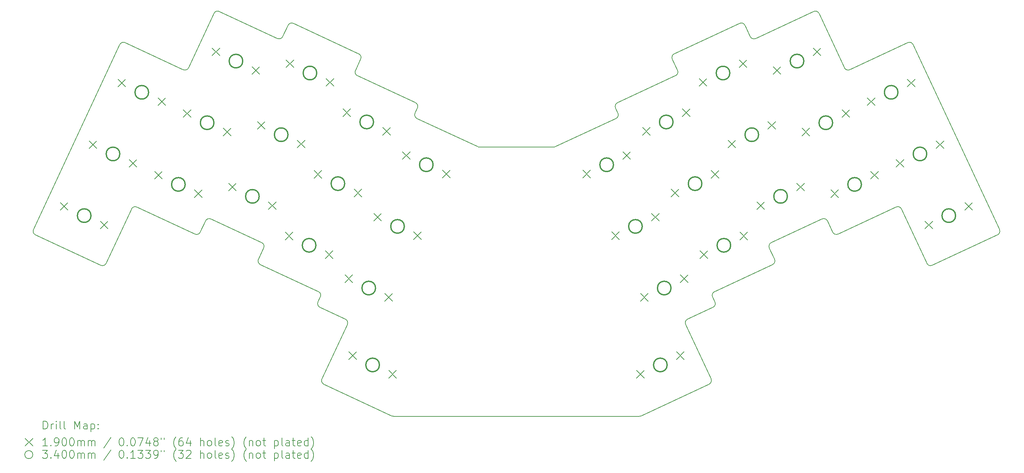
<source format=gbr>
%TF.GenerationSoftware,KiCad,Pcbnew,9.0.6*%
%TF.CreationDate,2025-12-10T21:38:51-06:00*%
%TF.ProjectId,keyboard,6b657962-6f61-4726-942e-6b696361645f,v1.0.0*%
%TF.SameCoordinates,Original*%
%TF.FileFunction,Drillmap*%
%TF.FilePolarity,Positive*%
%FSLAX45Y45*%
G04 Gerber Fmt 4.5, Leading zero omitted, Abs format (unit mm)*
G04 Created by KiCad (PCBNEW 9.0.6) date 2025-12-10 21:38:51*
%MOMM*%
%LPD*%
G01*
G04 APERTURE LIST*
%ADD10C,0.150000*%
%ADD11C,0.200000*%
%ADD12C,0.190000*%
%ADD13C,0.340000*%
G04 APERTURE END LIST*
D10*
X12770978Y-10785491D02*
X12711812Y-10912375D01*
X20195544Y-6193467D02*
G75*
G02*
X20147177Y-6326362I-90634J-42263D01*
G01*
X28037136Y-9995707D02*
G75*
G02*
X27904240Y-9947340I-42266J90627D01*
G01*
X15132950Y-6193467D02*
X15192117Y-6066584D01*
X21552197Y-4843654D02*
X21683208Y-5124610D01*
X9482866Y-5059383D02*
G75*
G02*
X9349971Y-5107758I-90636J42263D01*
G01*
X15143748Y-5933691D02*
G75*
G02*
X15192116Y-6066584I-42258J-90629D01*
G01*
X27428614Y-4431563D02*
X25978521Y-5107752D01*
X25290534Y-8838003D02*
G75*
G02*
X25423423Y-8886375I42256J-90637D01*
G01*
X20769195Y-13759952D02*
G75*
G02*
X20726934Y-13769323I-42265J90632D01*
G01*
X11355160Y-9562562D02*
X11224148Y-9843517D01*
X9905067Y-8886372D02*
G75*
G02*
X10037962Y-8837999I90633J-42258D01*
G01*
X24104346Y-9843517D02*
X23973335Y-9562562D01*
X22519457Y-12833454D02*
G75*
G02*
X22471089Y-12966350I-90627J-42266D01*
G01*
X11963683Y-3998417D02*
G75*
G02*
X12096573Y-3950053I90627J-42263D01*
G01*
X11963683Y-3998417D02*
X11832670Y-4279373D01*
X13442965Y-11473992D02*
X12809038Y-12833454D01*
X27137424Y-8539508D02*
G75*
G02*
X27270315Y-8587877I42256J-90643D01*
G01*
X25687331Y-9215697D02*
G75*
G02*
X25554436Y-9167329I-42262J90637D01*
G01*
X21885529Y-11473992D02*
G75*
G02*
X21933900Y-11341103I90621J42262D01*
G01*
X23628716Y-4327742D02*
G75*
G02*
X23495822Y-4279373I-42266J90622D01*
G01*
X23231919Y-3950049D02*
X21600565Y-4710761D01*
X22616682Y-10912375D02*
G75*
G02*
X22568316Y-11045272I-90633J-42266D01*
G01*
X12760180Y-11045267D02*
G75*
G02*
X12711815Y-10912376I42260J90627D01*
G01*
X14601561Y-13769321D02*
G75*
G02*
X14559299Y-13759953I-1J100011D01*
G01*
X25687331Y-9215697D02*
X27137424Y-8539508D01*
X13645287Y-5124610D02*
X13776298Y-4843654D01*
X5660003Y-9234994D02*
G75*
G02*
X5611628Y-9102098I42257J90634D01*
G01*
X28037136Y-9995707D02*
X29668491Y-9234994D01*
X27270316Y-8587877D02*
X27904244Y-9947338D01*
X11272517Y-9976410D02*
G75*
G02*
X11224150Y-9843518I42263J90630D01*
G01*
X22605885Y-10652599D02*
X24055977Y-9976410D01*
X22519457Y-12833454D02*
X21885529Y-11473992D01*
X10037960Y-8838003D02*
X11306790Y-9429669D01*
X10116793Y-3699921D02*
X9482866Y-5059383D01*
X7424251Y-9947338D02*
X8058178Y-8587877D01*
X20147175Y-6326360D02*
X18626544Y-7035441D01*
X27561506Y-4479932D02*
X29716859Y-9102102D01*
X12722609Y-10652599D02*
G75*
G02*
X12770979Y-10785492I-42259J-90631D01*
G01*
X8191070Y-8539508D02*
X9641163Y-9215697D01*
X21683208Y-5124610D02*
G75*
G02*
X21634840Y-5257504I-90638J-42261D01*
G01*
X25078808Y-3651553D02*
X23628716Y-4327742D01*
X9349973Y-5107752D02*
X7899880Y-4431563D01*
X13693655Y-5257502D02*
G75*
G02*
X13645286Y-5124609I42265J90632D01*
G01*
X24104346Y-9843517D02*
G75*
G02*
X24055979Y-9976413I-90636J-42263D01*
G01*
X18584283Y-7044811D02*
X16744212Y-7044810D01*
X12760180Y-11045267D02*
X13394596Y-11341100D01*
X21552197Y-4843654D02*
G75*
G02*
X21600567Y-4710765I90643J42254D01*
G01*
X8058178Y-8587877D02*
G75*
G02*
X8191073Y-8539502I90632J-42253D01*
G01*
X10116793Y-3699921D02*
G75*
G02*
X10249687Y-3651548I90637J-42269D01*
G01*
X20136377Y-6066584D02*
G75*
G02*
X20184748Y-5933696I90643J42254D01*
G01*
X13727929Y-4710761D02*
G75*
G02*
X13776301Y-4843655I-42249J-90629D01*
G01*
X21933898Y-11341100D02*
X22568314Y-11045267D01*
X18626544Y-7035441D02*
G75*
G02*
X18584283Y-7044810I-42264J90641D01*
G01*
X7424251Y-9947338D02*
G75*
G02*
X7291359Y-9995704I-90631J42268D01*
G01*
X16744212Y-7044810D02*
G75*
G02*
X16701950Y-7035442I-2J100000D01*
G01*
X23973335Y-9562562D02*
G75*
G02*
X24021705Y-9429672I90625J42262D01*
G01*
X21634839Y-5257502D02*
X20184746Y-5933691D01*
X11699778Y-4327742D02*
X10249685Y-3651553D01*
X25423427Y-8886372D02*
X25554438Y-9167328D01*
X5611635Y-9102102D02*
X7766988Y-4479932D01*
X11306790Y-9429669D02*
G75*
G02*
X11355161Y-9562562I-42261J-90632D01*
G01*
X25078808Y-3651553D02*
G75*
G02*
X25211699Y-3699922I42262J-90627D01*
G01*
X9774056Y-9167328D02*
G75*
G02*
X9641165Y-9215693I-90626J42258D01*
G01*
X23495823Y-4279373D02*
X23364812Y-3998418D01*
X20136377Y-6066584D02*
X20195544Y-6193467D01*
X12857406Y-12966347D02*
X14559299Y-13759953D01*
X13727929Y-4710761D02*
X12096575Y-3950049D01*
X20769195Y-13759952D02*
X22471087Y-12966347D01*
X14601561Y-13769321D02*
X20726934Y-13769322D01*
X12857406Y-12966347D02*
G75*
G02*
X12809035Y-12833453I42274J90637D01*
G01*
X11832670Y-4279373D02*
G75*
G02*
X11699780Y-4327736I-90630J42273D01*
G01*
X13394596Y-11341100D02*
G75*
G02*
X13442958Y-11473989I-42276J-90630D01*
G01*
X15181319Y-6326360D02*
G75*
G02*
X15132951Y-6193467I42261J90630D01*
G01*
X9774056Y-9167328D02*
X9905067Y-8886372D01*
X22616682Y-10912375D02*
X22557516Y-10785492D01*
X25845629Y-5059383D02*
X25211701Y-3699921D01*
X29716859Y-9102102D02*
G75*
G02*
X29668492Y-9234997I-90620J-42268D01*
G01*
X7766988Y-4479932D02*
G75*
G02*
X7899882Y-4431560I90632J-42258D01*
G01*
X11272517Y-9976410D02*
X12722609Y-10652599D01*
X27428614Y-4431563D02*
G75*
G02*
X27561502Y-4479934I42256J-90637D01*
G01*
X15143748Y-5933691D02*
X13693655Y-5257502D01*
X16701950Y-7035442D02*
X15181319Y-6326360D01*
X23231919Y-3950049D02*
G75*
G02*
X23364811Y-3998418I42261J-90631D01*
G01*
X5660003Y-9234994D02*
X7291358Y-9995707D01*
X22557516Y-10785492D02*
G75*
G02*
X22605886Y-10652602I90624J42262D01*
G01*
X24021703Y-9429669D02*
X25290534Y-8838003D01*
X25978521Y-5107752D02*
G75*
G02*
X25845629Y-5059383I-42261J90632D01*
G01*
D11*
D12*
X6283699Y-8426918D02*
X6473699Y-8616918D01*
X6473699Y-8426918D02*
X6283699Y-8616918D01*
X7002150Y-6886195D02*
X7192150Y-7076195D01*
X7192150Y-6886195D02*
X7002150Y-7076195D01*
X7280638Y-8891798D02*
X7470638Y-9081798D01*
X7470638Y-8891798D02*
X7280638Y-9081798D01*
X7720601Y-5345472D02*
X7910601Y-5535472D01*
X7910601Y-5345472D02*
X7720601Y-5535472D01*
X7999089Y-7351075D02*
X8189089Y-7541075D01*
X8189089Y-7351075D02*
X7999089Y-7541075D01*
X8633504Y-7646908D02*
X8823504Y-7836908D01*
X8823504Y-7646908D02*
X8633504Y-7836908D01*
X8717540Y-5810352D02*
X8907540Y-6000352D01*
X8907540Y-5810352D02*
X8717540Y-6000352D01*
X9351955Y-6106185D02*
X9541955Y-6296185D01*
X9541955Y-6106185D02*
X9351955Y-6296185D01*
X9630443Y-8111788D02*
X9820443Y-8301788D01*
X9820443Y-8111788D02*
X9630443Y-8301788D01*
X10070406Y-4565462D02*
X10260406Y-4755462D01*
X10260406Y-4565462D02*
X10070406Y-4755462D01*
X10348894Y-6571065D02*
X10538894Y-6761065D01*
X10538894Y-6571065D02*
X10348894Y-6761065D01*
X10480393Y-7945404D02*
X10670393Y-8135404D01*
X10670393Y-7945404D02*
X10480393Y-8135404D01*
X11067345Y-5030342D02*
X11257345Y-5220342D01*
X11257345Y-5030342D02*
X11067345Y-5220342D01*
X11198845Y-6404680D02*
X11388845Y-6594680D01*
X11388845Y-6404680D02*
X11198845Y-6594680D01*
X11477332Y-8410284D02*
X11667332Y-8600284D01*
X11667332Y-8410284D02*
X11477332Y-8600284D01*
X11896212Y-9168334D02*
X12086212Y-9358334D01*
X12086212Y-9168334D02*
X11896212Y-9358334D01*
X11917295Y-4863958D02*
X12107295Y-5053958D01*
X12107295Y-4863958D02*
X11917295Y-5053958D01*
X12195783Y-6869560D02*
X12385783Y-7059560D01*
X12385783Y-6869560D02*
X12195783Y-7059560D01*
X12614663Y-7627610D02*
X12804663Y-7817610D01*
X12804663Y-7627610D02*
X12614663Y-7817610D01*
X12893150Y-9633214D02*
X13083150Y-9823214D01*
X13083150Y-9633214D02*
X12893150Y-9823214D01*
X12914234Y-5328838D02*
X13104234Y-5518838D01*
X13104234Y-5328838D02*
X12914234Y-5518838D01*
X13333114Y-6086887D02*
X13523114Y-6276887D01*
X13523114Y-6086887D02*
X13333114Y-6276887D01*
X13383876Y-10237191D02*
X13573876Y-10427191D01*
X13573876Y-10237191D02*
X13383876Y-10427191D01*
X13481102Y-12158271D02*
X13671102Y-12348271D01*
X13671102Y-12158271D02*
X13481102Y-12348271D01*
X13611601Y-8092490D02*
X13801601Y-8282490D01*
X13801601Y-8092490D02*
X13611601Y-8282490D01*
X14102327Y-8696468D02*
X14292327Y-8886468D01*
X14292327Y-8696468D02*
X14102327Y-8886468D01*
X14330053Y-6551767D02*
X14520053Y-6741767D01*
X14520053Y-6551767D02*
X14330053Y-6741767D01*
X14380814Y-10702071D02*
X14570814Y-10892071D01*
X14570814Y-10702071D02*
X14380814Y-10892071D01*
X14478041Y-12623151D02*
X14668041Y-12813151D01*
X14668041Y-12623151D02*
X14478041Y-12813151D01*
X14820778Y-7155745D02*
X15010778Y-7345745D01*
X15010778Y-7155745D02*
X14820778Y-7345745D01*
X15099266Y-9161348D02*
X15289266Y-9351348D01*
X15289266Y-9161348D02*
X15099266Y-9351348D01*
X15817716Y-7620625D02*
X16007716Y-7810625D01*
X16007716Y-7620625D02*
X15817716Y-7810625D01*
X19320778Y-7620625D02*
X19510778Y-7810625D01*
X19510778Y-7620625D02*
X19320778Y-7810625D01*
X20039229Y-9161348D02*
X20229229Y-9351348D01*
X20229229Y-9161348D02*
X20039229Y-9351348D01*
X20317717Y-7155745D02*
X20507717Y-7345745D01*
X20507717Y-7155745D02*
X20317717Y-7345745D01*
X20660454Y-12623151D02*
X20850454Y-12813151D01*
X20850454Y-12623151D02*
X20660454Y-12813151D01*
X20757679Y-10702071D02*
X20947679Y-10892071D01*
X20947679Y-10702071D02*
X20757679Y-10892071D01*
X20808441Y-6551767D02*
X20998441Y-6741767D01*
X20998441Y-6551767D02*
X20808441Y-6741767D01*
X21036168Y-8696468D02*
X21226168Y-8886468D01*
X21226168Y-8696468D02*
X21036168Y-8886468D01*
X21526893Y-8092490D02*
X21716893Y-8282490D01*
X21716893Y-8092490D02*
X21526893Y-8282490D01*
X21657393Y-12158271D02*
X21847393Y-12348271D01*
X21847393Y-12158271D02*
X21657393Y-12348271D01*
X21754618Y-10237191D02*
X21944618Y-10427191D01*
X21944618Y-10237191D02*
X21754618Y-10427191D01*
X21805380Y-6086887D02*
X21995380Y-6276887D01*
X21995380Y-6086887D02*
X21805380Y-6276887D01*
X22224260Y-5328837D02*
X22414260Y-5518837D01*
X22414260Y-5328837D02*
X22224260Y-5518837D01*
X22245344Y-9633214D02*
X22435344Y-9823214D01*
X22435344Y-9633214D02*
X22245344Y-9823214D01*
X22523832Y-7627610D02*
X22713832Y-7817610D01*
X22713832Y-7627610D02*
X22523832Y-7817610D01*
X22942711Y-6869561D02*
X23132711Y-7059561D01*
X23132711Y-6869561D02*
X22942711Y-7059561D01*
X23221199Y-4863957D02*
X23411199Y-5053957D01*
X23411199Y-4863957D02*
X23221199Y-5053957D01*
X23242283Y-9168334D02*
X23432283Y-9358334D01*
X23432283Y-9168334D02*
X23242283Y-9358334D01*
X23661163Y-8410284D02*
X23851163Y-8600284D01*
X23851163Y-8410284D02*
X23661163Y-8600284D01*
X23939650Y-6404681D02*
X24129650Y-6594681D01*
X24129650Y-6404681D02*
X23939650Y-6594681D01*
X24071150Y-5030342D02*
X24261150Y-5220342D01*
X24261150Y-5030342D02*
X24071150Y-5220342D01*
X24658102Y-7945404D02*
X24848102Y-8135404D01*
X24848102Y-7945404D02*
X24658102Y-8135404D01*
X24789601Y-6571065D02*
X24979601Y-6761065D01*
X24979601Y-6571065D02*
X24789601Y-6761065D01*
X25068088Y-4565462D02*
X25258088Y-4755462D01*
X25258088Y-4565462D02*
X25068088Y-4755462D01*
X25508052Y-8111788D02*
X25698052Y-8301788D01*
X25698052Y-8111788D02*
X25508052Y-8301788D01*
X25786540Y-6106185D02*
X25976540Y-6296185D01*
X25976540Y-6106185D02*
X25786540Y-6296185D01*
X26420954Y-5810352D02*
X26610954Y-6000352D01*
X26610954Y-5810352D02*
X26420954Y-6000352D01*
X26504991Y-7646908D02*
X26694991Y-7836908D01*
X26694991Y-7646908D02*
X26504991Y-7836908D01*
X27139406Y-7351075D02*
X27329406Y-7541075D01*
X27329406Y-7351075D02*
X27139406Y-7541075D01*
X27417893Y-5345472D02*
X27607893Y-5535472D01*
X27607893Y-5345472D02*
X27417893Y-5535472D01*
X27857857Y-8891798D02*
X28047857Y-9081798D01*
X28047857Y-8891798D02*
X27857857Y-9081798D01*
X28136345Y-6886195D02*
X28326345Y-7076195D01*
X28326345Y-6886195D02*
X28136345Y-7076195D01*
X28854795Y-8426918D02*
X29044795Y-8616918D01*
X29044795Y-8426918D02*
X28854795Y-8616918D01*
D13*
X7047169Y-8754358D02*
G75*
G02*
X6707169Y-8754358I-170000J0D01*
G01*
X6707169Y-8754358D02*
G75*
G02*
X7047169Y-8754358I170000J0D01*
G01*
X7765619Y-7213635D02*
G75*
G02*
X7425619Y-7213635I-170000J0D01*
G01*
X7425619Y-7213635D02*
G75*
G02*
X7765619Y-7213635I170000J0D01*
G01*
X8484070Y-5672912D02*
G75*
G02*
X8144070Y-5672912I-170000J0D01*
G01*
X8144070Y-5672912D02*
G75*
G02*
X8484070Y-5672912I170000J0D01*
G01*
X9396974Y-7974348D02*
G75*
G02*
X9056974Y-7974348I-170000J0D01*
G01*
X9056974Y-7974348D02*
G75*
G02*
X9396974Y-7974348I170000J0D01*
G01*
X10115424Y-6433625D02*
G75*
G02*
X9775424Y-6433625I-170000J0D01*
G01*
X9775424Y-6433625D02*
G75*
G02*
X10115424Y-6433625I170000J0D01*
G01*
X10833875Y-4892902D02*
G75*
G02*
X10493875Y-4892902I-170000J0D01*
G01*
X10493875Y-4892902D02*
G75*
G02*
X10833875Y-4892902I170000J0D01*
G01*
X11243863Y-8272844D02*
G75*
G02*
X10903863Y-8272844I-170000J0D01*
G01*
X10903863Y-8272844D02*
G75*
G02*
X11243863Y-8272844I170000J0D01*
G01*
X11962314Y-6732120D02*
G75*
G02*
X11622314Y-6732120I-170000J0D01*
G01*
X11622314Y-6732120D02*
G75*
G02*
X11962314Y-6732120I170000J0D01*
G01*
X12659681Y-9495774D02*
G75*
G02*
X12319681Y-9495774I-170000J0D01*
G01*
X12319681Y-9495774D02*
G75*
G02*
X12659681Y-9495774I170000J0D01*
G01*
X12680764Y-5191398D02*
G75*
G02*
X12340764Y-5191398I-170000J0D01*
G01*
X12340764Y-5191398D02*
G75*
G02*
X12680764Y-5191398I170000J0D01*
G01*
X13378132Y-7955050D02*
G75*
G02*
X13038132Y-7955050I-170000J0D01*
G01*
X13038132Y-7955050D02*
G75*
G02*
X13378132Y-7955050I170000J0D01*
G01*
X14096584Y-6414327D02*
G75*
G02*
X13756584Y-6414327I-170000J0D01*
G01*
X13756584Y-6414327D02*
G75*
G02*
X14096584Y-6414327I170000J0D01*
G01*
X14147345Y-10564631D02*
G75*
G02*
X13807345Y-10564631I-170000J0D01*
G01*
X13807345Y-10564631D02*
G75*
G02*
X14147345Y-10564631I170000J0D01*
G01*
X14244571Y-12485711D02*
G75*
G02*
X13904571Y-12485711I-170000J0D01*
G01*
X13904571Y-12485711D02*
G75*
G02*
X14244571Y-12485711I170000J0D01*
G01*
X14865796Y-9023908D02*
G75*
G02*
X14525796Y-9023908I-170000J0D01*
G01*
X14525796Y-9023908D02*
G75*
G02*
X14865796Y-9023908I170000J0D01*
G01*
X15584247Y-7483185D02*
G75*
G02*
X15244247Y-7483185I-170000J0D01*
G01*
X15244247Y-7483185D02*
G75*
G02*
X15584247Y-7483185I170000J0D01*
G01*
X20084247Y-7483185D02*
G75*
G02*
X19744247Y-7483185I-170000J0D01*
G01*
X19744247Y-7483185D02*
G75*
G02*
X20084247Y-7483185I170000J0D01*
G01*
X20802698Y-9023908D02*
G75*
G02*
X20462698Y-9023908I-170000J0D01*
G01*
X20462698Y-9023908D02*
G75*
G02*
X20802698Y-9023908I170000J0D01*
G01*
X21423923Y-12485711D02*
G75*
G02*
X21083923Y-12485711I-170000J0D01*
G01*
X21083923Y-12485711D02*
G75*
G02*
X21423923Y-12485711I170000J0D01*
G01*
X21521149Y-10564631D02*
G75*
G02*
X21181149Y-10564631I-170000J0D01*
G01*
X21181149Y-10564631D02*
G75*
G02*
X21521149Y-10564631I170000J0D01*
G01*
X21571911Y-6414327D02*
G75*
G02*
X21231911Y-6414327I-170000J0D01*
G01*
X21231911Y-6414327D02*
G75*
G02*
X21571911Y-6414327I170000J0D01*
G01*
X22290362Y-7955050D02*
G75*
G02*
X21950362Y-7955050I-170000J0D01*
G01*
X21950362Y-7955050D02*
G75*
G02*
X22290362Y-7955050I170000J0D01*
G01*
X22987730Y-5191397D02*
G75*
G02*
X22647730Y-5191397I-170000J0D01*
G01*
X22647730Y-5191397D02*
G75*
G02*
X22987730Y-5191397I170000J0D01*
G01*
X23008814Y-9495774D02*
G75*
G02*
X22668814Y-9495774I-170000J0D01*
G01*
X22668814Y-9495774D02*
G75*
G02*
X23008814Y-9495774I170000J0D01*
G01*
X23706181Y-6732121D02*
G75*
G02*
X23366181Y-6732121I-170000J0D01*
G01*
X23366181Y-6732121D02*
G75*
G02*
X23706181Y-6732121I170000J0D01*
G01*
X24424632Y-8272844D02*
G75*
G02*
X24084632Y-8272844I-170000J0D01*
G01*
X24084632Y-8272844D02*
G75*
G02*
X24424632Y-8272844I170000J0D01*
G01*
X24834619Y-4892902D02*
G75*
G02*
X24494619Y-4892902I-170000J0D01*
G01*
X24494619Y-4892902D02*
G75*
G02*
X24834619Y-4892902I170000J0D01*
G01*
X25553070Y-6433625D02*
G75*
G02*
X25213070Y-6433625I-170000J0D01*
G01*
X25213070Y-6433625D02*
G75*
G02*
X25553070Y-6433625I170000J0D01*
G01*
X26271521Y-7974348D02*
G75*
G02*
X25931521Y-7974348I-170000J0D01*
G01*
X25931521Y-7974348D02*
G75*
G02*
X26271521Y-7974348I170000J0D01*
G01*
X27184424Y-5672912D02*
G75*
G02*
X26844424Y-5672912I-170000J0D01*
G01*
X26844424Y-5672912D02*
G75*
G02*
X27184424Y-5672912I170000J0D01*
G01*
X27902876Y-7213635D02*
G75*
G02*
X27562876Y-7213635I-170000J0D01*
G01*
X27562876Y-7213635D02*
G75*
G02*
X27902876Y-7213635I170000J0D01*
G01*
X28621326Y-8754358D02*
G75*
G02*
X28281326Y-8754358I-170000J0D01*
G01*
X28281326Y-8754358D02*
G75*
G02*
X28621326Y-8754358I170000J0D01*
G01*
D11*
X5855536Y-14088306D02*
X5855536Y-13888306D01*
X5855536Y-13888306D02*
X5903155Y-13888306D01*
X5903155Y-13888306D02*
X5931727Y-13897829D01*
X5931727Y-13897829D02*
X5950774Y-13916877D01*
X5950774Y-13916877D02*
X5960298Y-13935925D01*
X5960298Y-13935925D02*
X5969822Y-13974020D01*
X5969822Y-13974020D02*
X5969822Y-14002591D01*
X5969822Y-14002591D02*
X5960298Y-14040686D01*
X5960298Y-14040686D02*
X5950774Y-14059734D01*
X5950774Y-14059734D02*
X5931727Y-14078782D01*
X5931727Y-14078782D02*
X5903155Y-14088306D01*
X5903155Y-14088306D02*
X5855536Y-14088306D01*
X6055536Y-14088306D02*
X6055536Y-13954972D01*
X6055536Y-13993067D02*
X6065060Y-13974020D01*
X6065060Y-13974020D02*
X6074584Y-13964496D01*
X6074584Y-13964496D02*
X6093631Y-13954972D01*
X6093631Y-13954972D02*
X6112679Y-13954972D01*
X6179346Y-14088306D02*
X6179346Y-13954972D01*
X6179346Y-13888306D02*
X6169822Y-13897829D01*
X6169822Y-13897829D02*
X6179346Y-13907353D01*
X6179346Y-13907353D02*
X6188869Y-13897829D01*
X6188869Y-13897829D02*
X6179346Y-13888306D01*
X6179346Y-13888306D02*
X6179346Y-13907353D01*
X6303155Y-14088306D02*
X6284107Y-14078782D01*
X6284107Y-14078782D02*
X6274584Y-14059734D01*
X6274584Y-14059734D02*
X6274584Y-13888306D01*
X6407917Y-14088306D02*
X6388869Y-14078782D01*
X6388869Y-14078782D02*
X6379346Y-14059734D01*
X6379346Y-14059734D02*
X6379346Y-13888306D01*
X6636488Y-14088306D02*
X6636488Y-13888306D01*
X6636488Y-13888306D02*
X6703155Y-14031163D01*
X6703155Y-14031163D02*
X6769822Y-13888306D01*
X6769822Y-13888306D02*
X6769822Y-14088306D01*
X6950774Y-14088306D02*
X6950774Y-13983544D01*
X6950774Y-13983544D02*
X6941250Y-13964496D01*
X6941250Y-13964496D02*
X6922203Y-13954972D01*
X6922203Y-13954972D02*
X6884107Y-13954972D01*
X6884107Y-13954972D02*
X6865060Y-13964496D01*
X6950774Y-14078782D02*
X6931727Y-14088306D01*
X6931727Y-14088306D02*
X6884107Y-14088306D01*
X6884107Y-14088306D02*
X6865060Y-14078782D01*
X6865060Y-14078782D02*
X6855536Y-14059734D01*
X6855536Y-14059734D02*
X6855536Y-14040686D01*
X6855536Y-14040686D02*
X6865060Y-14021639D01*
X6865060Y-14021639D02*
X6884107Y-14012115D01*
X6884107Y-14012115D02*
X6931727Y-14012115D01*
X6931727Y-14012115D02*
X6950774Y-14002591D01*
X7046012Y-13954972D02*
X7046012Y-14154972D01*
X7046012Y-13964496D02*
X7065060Y-13954972D01*
X7065060Y-13954972D02*
X7103155Y-13954972D01*
X7103155Y-13954972D02*
X7122203Y-13964496D01*
X7122203Y-13964496D02*
X7131727Y-13974020D01*
X7131727Y-13974020D02*
X7141250Y-13993067D01*
X7141250Y-13993067D02*
X7141250Y-14050210D01*
X7141250Y-14050210D02*
X7131727Y-14069258D01*
X7131727Y-14069258D02*
X7122203Y-14078782D01*
X7122203Y-14078782D02*
X7103155Y-14088306D01*
X7103155Y-14088306D02*
X7065060Y-14088306D01*
X7065060Y-14088306D02*
X7046012Y-14078782D01*
X7226965Y-14069258D02*
X7236488Y-14078782D01*
X7236488Y-14078782D02*
X7226965Y-14088306D01*
X7226965Y-14088306D02*
X7217441Y-14078782D01*
X7217441Y-14078782D02*
X7226965Y-14069258D01*
X7226965Y-14069258D02*
X7226965Y-14088306D01*
X7226965Y-13964496D02*
X7236488Y-13974020D01*
X7236488Y-13974020D02*
X7226965Y-13983544D01*
X7226965Y-13983544D02*
X7217441Y-13974020D01*
X7217441Y-13974020D02*
X7226965Y-13964496D01*
X7226965Y-13964496D02*
X7226965Y-13983544D01*
D12*
X5404759Y-14321822D02*
X5594759Y-14511822D01*
X5594759Y-14321822D02*
X5404759Y-14511822D01*
D11*
X5960298Y-14508306D02*
X5846012Y-14508306D01*
X5903155Y-14508306D02*
X5903155Y-14308306D01*
X5903155Y-14308306D02*
X5884107Y-14336877D01*
X5884107Y-14336877D02*
X5865060Y-14355925D01*
X5865060Y-14355925D02*
X5846012Y-14365448D01*
X6046012Y-14489258D02*
X6055536Y-14498782D01*
X6055536Y-14498782D02*
X6046012Y-14508306D01*
X6046012Y-14508306D02*
X6036488Y-14498782D01*
X6036488Y-14498782D02*
X6046012Y-14489258D01*
X6046012Y-14489258D02*
X6046012Y-14508306D01*
X6150774Y-14508306D02*
X6188869Y-14508306D01*
X6188869Y-14508306D02*
X6207917Y-14498782D01*
X6207917Y-14498782D02*
X6217441Y-14489258D01*
X6217441Y-14489258D02*
X6236488Y-14460686D01*
X6236488Y-14460686D02*
X6246012Y-14422591D01*
X6246012Y-14422591D02*
X6246012Y-14346401D01*
X6246012Y-14346401D02*
X6236488Y-14327353D01*
X6236488Y-14327353D02*
X6226965Y-14317829D01*
X6226965Y-14317829D02*
X6207917Y-14308306D01*
X6207917Y-14308306D02*
X6169822Y-14308306D01*
X6169822Y-14308306D02*
X6150774Y-14317829D01*
X6150774Y-14317829D02*
X6141250Y-14327353D01*
X6141250Y-14327353D02*
X6131727Y-14346401D01*
X6131727Y-14346401D02*
X6131727Y-14394020D01*
X6131727Y-14394020D02*
X6141250Y-14413067D01*
X6141250Y-14413067D02*
X6150774Y-14422591D01*
X6150774Y-14422591D02*
X6169822Y-14432115D01*
X6169822Y-14432115D02*
X6207917Y-14432115D01*
X6207917Y-14432115D02*
X6226965Y-14422591D01*
X6226965Y-14422591D02*
X6236488Y-14413067D01*
X6236488Y-14413067D02*
X6246012Y-14394020D01*
X6369822Y-14308306D02*
X6388869Y-14308306D01*
X6388869Y-14308306D02*
X6407917Y-14317829D01*
X6407917Y-14317829D02*
X6417441Y-14327353D01*
X6417441Y-14327353D02*
X6426965Y-14346401D01*
X6426965Y-14346401D02*
X6436488Y-14384496D01*
X6436488Y-14384496D02*
X6436488Y-14432115D01*
X6436488Y-14432115D02*
X6426965Y-14470210D01*
X6426965Y-14470210D02*
X6417441Y-14489258D01*
X6417441Y-14489258D02*
X6407917Y-14498782D01*
X6407917Y-14498782D02*
X6388869Y-14508306D01*
X6388869Y-14508306D02*
X6369822Y-14508306D01*
X6369822Y-14508306D02*
X6350774Y-14498782D01*
X6350774Y-14498782D02*
X6341250Y-14489258D01*
X6341250Y-14489258D02*
X6331727Y-14470210D01*
X6331727Y-14470210D02*
X6322203Y-14432115D01*
X6322203Y-14432115D02*
X6322203Y-14384496D01*
X6322203Y-14384496D02*
X6331727Y-14346401D01*
X6331727Y-14346401D02*
X6341250Y-14327353D01*
X6341250Y-14327353D02*
X6350774Y-14317829D01*
X6350774Y-14317829D02*
X6369822Y-14308306D01*
X6560298Y-14308306D02*
X6579346Y-14308306D01*
X6579346Y-14308306D02*
X6598393Y-14317829D01*
X6598393Y-14317829D02*
X6607917Y-14327353D01*
X6607917Y-14327353D02*
X6617441Y-14346401D01*
X6617441Y-14346401D02*
X6626965Y-14384496D01*
X6626965Y-14384496D02*
X6626965Y-14432115D01*
X6626965Y-14432115D02*
X6617441Y-14470210D01*
X6617441Y-14470210D02*
X6607917Y-14489258D01*
X6607917Y-14489258D02*
X6598393Y-14498782D01*
X6598393Y-14498782D02*
X6579346Y-14508306D01*
X6579346Y-14508306D02*
X6560298Y-14508306D01*
X6560298Y-14508306D02*
X6541250Y-14498782D01*
X6541250Y-14498782D02*
X6531727Y-14489258D01*
X6531727Y-14489258D02*
X6522203Y-14470210D01*
X6522203Y-14470210D02*
X6512679Y-14432115D01*
X6512679Y-14432115D02*
X6512679Y-14384496D01*
X6512679Y-14384496D02*
X6522203Y-14346401D01*
X6522203Y-14346401D02*
X6531727Y-14327353D01*
X6531727Y-14327353D02*
X6541250Y-14317829D01*
X6541250Y-14317829D02*
X6560298Y-14308306D01*
X6712679Y-14508306D02*
X6712679Y-14374972D01*
X6712679Y-14394020D02*
X6722203Y-14384496D01*
X6722203Y-14384496D02*
X6741250Y-14374972D01*
X6741250Y-14374972D02*
X6769822Y-14374972D01*
X6769822Y-14374972D02*
X6788869Y-14384496D01*
X6788869Y-14384496D02*
X6798393Y-14403544D01*
X6798393Y-14403544D02*
X6798393Y-14508306D01*
X6798393Y-14403544D02*
X6807917Y-14384496D01*
X6807917Y-14384496D02*
X6826965Y-14374972D01*
X6826965Y-14374972D02*
X6855536Y-14374972D01*
X6855536Y-14374972D02*
X6874584Y-14384496D01*
X6874584Y-14384496D02*
X6884108Y-14403544D01*
X6884108Y-14403544D02*
X6884108Y-14508306D01*
X6979346Y-14508306D02*
X6979346Y-14374972D01*
X6979346Y-14394020D02*
X6988869Y-14384496D01*
X6988869Y-14384496D02*
X7007917Y-14374972D01*
X7007917Y-14374972D02*
X7036489Y-14374972D01*
X7036489Y-14374972D02*
X7055536Y-14384496D01*
X7055536Y-14384496D02*
X7065060Y-14403544D01*
X7065060Y-14403544D02*
X7065060Y-14508306D01*
X7065060Y-14403544D02*
X7074584Y-14384496D01*
X7074584Y-14384496D02*
X7093631Y-14374972D01*
X7093631Y-14374972D02*
X7122203Y-14374972D01*
X7122203Y-14374972D02*
X7141250Y-14384496D01*
X7141250Y-14384496D02*
X7150774Y-14403544D01*
X7150774Y-14403544D02*
X7150774Y-14508306D01*
X7541250Y-14298782D02*
X7369822Y-14555925D01*
X7798393Y-14308306D02*
X7817441Y-14308306D01*
X7817441Y-14308306D02*
X7836489Y-14317829D01*
X7836489Y-14317829D02*
X7846012Y-14327353D01*
X7846012Y-14327353D02*
X7855536Y-14346401D01*
X7855536Y-14346401D02*
X7865060Y-14384496D01*
X7865060Y-14384496D02*
X7865060Y-14432115D01*
X7865060Y-14432115D02*
X7855536Y-14470210D01*
X7855536Y-14470210D02*
X7846012Y-14489258D01*
X7846012Y-14489258D02*
X7836489Y-14498782D01*
X7836489Y-14498782D02*
X7817441Y-14508306D01*
X7817441Y-14508306D02*
X7798393Y-14508306D01*
X7798393Y-14508306D02*
X7779346Y-14498782D01*
X7779346Y-14498782D02*
X7769822Y-14489258D01*
X7769822Y-14489258D02*
X7760298Y-14470210D01*
X7760298Y-14470210D02*
X7750774Y-14432115D01*
X7750774Y-14432115D02*
X7750774Y-14384496D01*
X7750774Y-14384496D02*
X7760298Y-14346401D01*
X7760298Y-14346401D02*
X7769822Y-14327353D01*
X7769822Y-14327353D02*
X7779346Y-14317829D01*
X7779346Y-14317829D02*
X7798393Y-14308306D01*
X7950774Y-14489258D02*
X7960298Y-14498782D01*
X7960298Y-14498782D02*
X7950774Y-14508306D01*
X7950774Y-14508306D02*
X7941251Y-14498782D01*
X7941251Y-14498782D02*
X7950774Y-14489258D01*
X7950774Y-14489258D02*
X7950774Y-14508306D01*
X8084108Y-14308306D02*
X8103155Y-14308306D01*
X8103155Y-14308306D02*
X8122203Y-14317829D01*
X8122203Y-14317829D02*
X8131727Y-14327353D01*
X8131727Y-14327353D02*
X8141251Y-14346401D01*
X8141251Y-14346401D02*
X8150774Y-14384496D01*
X8150774Y-14384496D02*
X8150774Y-14432115D01*
X8150774Y-14432115D02*
X8141251Y-14470210D01*
X8141251Y-14470210D02*
X8131727Y-14489258D01*
X8131727Y-14489258D02*
X8122203Y-14498782D01*
X8122203Y-14498782D02*
X8103155Y-14508306D01*
X8103155Y-14508306D02*
X8084108Y-14508306D01*
X8084108Y-14508306D02*
X8065060Y-14498782D01*
X8065060Y-14498782D02*
X8055536Y-14489258D01*
X8055536Y-14489258D02*
X8046012Y-14470210D01*
X8046012Y-14470210D02*
X8036489Y-14432115D01*
X8036489Y-14432115D02*
X8036489Y-14384496D01*
X8036489Y-14384496D02*
X8046012Y-14346401D01*
X8046012Y-14346401D02*
X8055536Y-14327353D01*
X8055536Y-14327353D02*
X8065060Y-14317829D01*
X8065060Y-14317829D02*
X8084108Y-14308306D01*
X8217441Y-14308306D02*
X8350774Y-14308306D01*
X8350774Y-14308306D02*
X8265060Y-14508306D01*
X8512679Y-14374972D02*
X8512679Y-14508306D01*
X8465060Y-14298782D02*
X8417441Y-14441639D01*
X8417441Y-14441639D02*
X8541251Y-14441639D01*
X8646013Y-14394020D02*
X8626965Y-14384496D01*
X8626965Y-14384496D02*
X8617441Y-14374972D01*
X8617441Y-14374972D02*
X8607917Y-14355925D01*
X8607917Y-14355925D02*
X8607917Y-14346401D01*
X8607917Y-14346401D02*
X8617441Y-14327353D01*
X8617441Y-14327353D02*
X8626965Y-14317829D01*
X8626965Y-14317829D02*
X8646013Y-14308306D01*
X8646013Y-14308306D02*
X8684108Y-14308306D01*
X8684108Y-14308306D02*
X8703155Y-14317829D01*
X8703155Y-14317829D02*
X8712679Y-14327353D01*
X8712679Y-14327353D02*
X8722203Y-14346401D01*
X8722203Y-14346401D02*
X8722203Y-14355925D01*
X8722203Y-14355925D02*
X8712679Y-14374972D01*
X8712679Y-14374972D02*
X8703155Y-14384496D01*
X8703155Y-14384496D02*
X8684108Y-14394020D01*
X8684108Y-14394020D02*
X8646013Y-14394020D01*
X8646013Y-14394020D02*
X8626965Y-14403544D01*
X8626965Y-14403544D02*
X8617441Y-14413067D01*
X8617441Y-14413067D02*
X8607917Y-14432115D01*
X8607917Y-14432115D02*
X8607917Y-14470210D01*
X8607917Y-14470210D02*
X8617441Y-14489258D01*
X8617441Y-14489258D02*
X8626965Y-14498782D01*
X8626965Y-14498782D02*
X8646013Y-14508306D01*
X8646013Y-14508306D02*
X8684108Y-14508306D01*
X8684108Y-14508306D02*
X8703155Y-14498782D01*
X8703155Y-14498782D02*
X8712679Y-14489258D01*
X8712679Y-14489258D02*
X8722203Y-14470210D01*
X8722203Y-14470210D02*
X8722203Y-14432115D01*
X8722203Y-14432115D02*
X8712679Y-14413067D01*
X8712679Y-14413067D02*
X8703155Y-14403544D01*
X8703155Y-14403544D02*
X8684108Y-14394020D01*
X8798394Y-14308306D02*
X8798394Y-14346401D01*
X8874584Y-14308306D02*
X8874584Y-14346401D01*
X9169822Y-14584496D02*
X9160298Y-14574972D01*
X9160298Y-14574972D02*
X9141251Y-14546401D01*
X9141251Y-14546401D02*
X9131727Y-14527353D01*
X9131727Y-14527353D02*
X9122203Y-14498782D01*
X9122203Y-14498782D02*
X9112679Y-14451163D01*
X9112679Y-14451163D02*
X9112679Y-14413067D01*
X9112679Y-14413067D02*
X9122203Y-14365448D01*
X9122203Y-14365448D02*
X9131727Y-14336877D01*
X9131727Y-14336877D02*
X9141251Y-14317829D01*
X9141251Y-14317829D02*
X9160298Y-14289258D01*
X9160298Y-14289258D02*
X9169822Y-14279734D01*
X9331727Y-14308306D02*
X9293632Y-14308306D01*
X9293632Y-14308306D02*
X9274584Y-14317829D01*
X9274584Y-14317829D02*
X9265060Y-14327353D01*
X9265060Y-14327353D02*
X9246013Y-14355925D01*
X9246013Y-14355925D02*
X9236489Y-14394020D01*
X9236489Y-14394020D02*
X9236489Y-14470210D01*
X9236489Y-14470210D02*
X9246013Y-14489258D01*
X9246013Y-14489258D02*
X9255536Y-14498782D01*
X9255536Y-14498782D02*
X9274584Y-14508306D01*
X9274584Y-14508306D02*
X9312679Y-14508306D01*
X9312679Y-14508306D02*
X9331727Y-14498782D01*
X9331727Y-14498782D02*
X9341251Y-14489258D01*
X9341251Y-14489258D02*
X9350775Y-14470210D01*
X9350775Y-14470210D02*
X9350775Y-14422591D01*
X9350775Y-14422591D02*
X9341251Y-14403544D01*
X9341251Y-14403544D02*
X9331727Y-14394020D01*
X9331727Y-14394020D02*
X9312679Y-14384496D01*
X9312679Y-14384496D02*
X9274584Y-14384496D01*
X9274584Y-14384496D02*
X9255536Y-14394020D01*
X9255536Y-14394020D02*
X9246013Y-14403544D01*
X9246013Y-14403544D02*
X9236489Y-14422591D01*
X9522203Y-14374972D02*
X9522203Y-14508306D01*
X9474584Y-14298782D02*
X9426965Y-14441639D01*
X9426965Y-14441639D02*
X9550775Y-14441639D01*
X9779346Y-14508306D02*
X9779346Y-14308306D01*
X9865060Y-14508306D02*
X9865060Y-14403544D01*
X9865060Y-14403544D02*
X9855537Y-14384496D01*
X9855537Y-14384496D02*
X9836489Y-14374972D01*
X9836489Y-14374972D02*
X9807917Y-14374972D01*
X9807917Y-14374972D02*
X9788870Y-14384496D01*
X9788870Y-14384496D02*
X9779346Y-14394020D01*
X9988870Y-14508306D02*
X9969822Y-14498782D01*
X9969822Y-14498782D02*
X9960298Y-14489258D01*
X9960298Y-14489258D02*
X9950775Y-14470210D01*
X9950775Y-14470210D02*
X9950775Y-14413067D01*
X9950775Y-14413067D02*
X9960298Y-14394020D01*
X9960298Y-14394020D02*
X9969822Y-14384496D01*
X9969822Y-14384496D02*
X9988870Y-14374972D01*
X9988870Y-14374972D02*
X10017441Y-14374972D01*
X10017441Y-14374972D02*
X10036489Y-14384496D01*
X10036489Y-14384496D02*
X10046013Y-14394020D01*
X10046013Y-14394020D02*
X10055537Y-14413067D01*
X10055537Y-14413067D02*
X10055537Y-14470210D01*
X10055537Y-14470210D02*
X10046013Y-14489258D01*
X10046013Y-14489258D02*
X10036489Y-14498782D01*
X10036489Y-14498782D02*
X10017441Y-14508306D01*
X10017441Y-14508306D02*
X9988870Y-14508306D01*
X10169822Y-14508306D02*
X10150775Y-14498782D01*
X10150775Y-14498782D02*
X10141251Y-14479734D01*
X10141251Y-14479734D02*
X10141251Y-14308306D01*
X10322203Y-14498782D02*
X10303156Y-14508306D01*
X10303156Y-14508306D02*
X10265060Y-14508306D01*
X10265060Y-14508306D02*
X10246013Y-14498782D01*
X10246013Y-14498782D02*
X10236489Y-14479734D01*
X10236489Y-14479734D02*
X10236489Y-14403544D01*
X10236489Y-14403544D02*
X10246013Y-14384496D01*
X10246013Y-14384496D02*
X10265060Y-14374972D01*
X10265060Y-14374972D02*
X10303156Y-14374972D01*
X10303156Y-14374972D02*
X10322203Y-14384496D01*
X10322203Y-14384496D02*
X10331727Y-14403544D01*
X10331727Y-14403544D02*
X10331727Y-14422591D01*
X10331727Y-14422591D02*
X10236489Y-14441639D01*
X10407918Y-14498782D02*
X10426965Y-14508306D01*
X10426965Y-14508306D02*
X10465060Y-14508306D01*
X10465060Y-14508306D02*
X10484108Y-14498782D01*
X10484108Y-14498782D02*
X10493632Y-14479734D01*
X10493632Y-14479734D02*
X10493632Y-14470210D01*
X10493632Y-14470210D02*
X10484108Y-14451163D01*
X10484108Y-14451163D02*
X10465060Y-14441639D01*
X10465060Y-14441639D02*
X10436489Y-14441639D01*
X10436489Y-14441639D02*
X10417441Y-14432115D01*
X10417441Y-14432115D02*
X10407918Y-14413067D01*
X10407918Y-14413067D02*
X10407918Y-14403544D01*
X10407918Y-14403544D02*
X10417441Y-14384496D01*
X10417441Y-14384496D02*
X10436489Y-14374972D01*
X10436489Y-14374972D02*
X10465060Y-14374972D01*
X10465060Y-14374972D02*
X10484108Y-14384496D01*
X10560299Y-14584496D02*
X10569822Y-14574972D01*
X10569822Y-14574972D02*
X10588870Y-14546401D01*
X10588870Y-14546401D02*
X10598394Y-14527353D01*
X10598394Y-14527353D02*
X10607918Y-14498782D01*
X10607918Y-14498782D02*
X10617441Y-14451163D01*
X10617441Y-14451163D02*
X10617441Y-14413067D01*
X10617441Y-14413067D02*
X10607918Y-14365448D01*
X10607918Y-14365448D02*
X10598394Y-14336877D01*
X10598394Y-14336877D02*
X10588870Y-14317829D01*
X10588870Y-14317829D02*
X10569822Y-14289258D01*
X10569822Y-14289258D02*
X10560299Y-14279734D01*
X10922203Y-14584496D02*
X10912679Y-14574972D01*
X10912679Y-14574972D02*
X10893632Y-14546401D01*
X10893632Y-14546401D02*
X10884108Y-14527353D01*
X10884108Y-14527353D02*
X10874584Y-14498782D01*
X10874584Y-14498782D02*
X10865060Y-14451163D01*
X10865060Y-14451163D02*
X10865060Y-14413067D01*
X10865060Y-14413067D02*
X10874584Y-14365448D01*
X10874584Y-14365448D02*
X10884108Y-14336877D01*
X10884108Y-14336877D02*
X10893632Y-14317829D01*
X10893632Y-14317829D02*
X10912679Y-14289258D01*
X10912679Y-14289258D02*
X10922203Y-14279734D01*
X10998394Y-14374972D02*
X10998394Y-14508306D01*
X10998394Y-14394020D02*
X11007918Y-14384496D01*
X11007918Y-14384496D02*
X11026965Y-14374972D01*
X11026965Y-14374972D02*
X11055537Y-14374972D01*
X11055537Y-14374972D02*
X11074584Y-14384496D01*
X11074584Y-14384496D02*
X11084108Y-14403544D01*
X11084108Y-14403544D02*
X11084108Y-14508306D01*
X11207917Y-14508306D02*
X11188870Y-14498782D01*
X11188870Y-14498782D02*
X11179346Y-14489258D01*
X11179346Y-14489258D02*
X11169822Y-14470210D01*
X11169822Y-14470210D02*
X11169822Y-14413067D01*
X11169822Y-14413067D02*
X11179346Y-14394020D01*
X11179346Y-14394020D02*
X11188870Y-14384496D01*
X11188870Y-14384496D02*
X11207917Y-14374972D01*
X11207917Y-14374972D02*
X11236489Y-14374972D01*
X11236489Y-14374972D02*
X11255537Y-14384496D01*
X11255537Y-14384496D02*
X11265060Y-14394020D01*
X11265060Y-14394020D02*
X11274584Y-14413067D01*
X11274584Y-14413067D02*
X11274584Y-14470210D01*
X11274584Y-14470210D02*
X11265060Y-14489258D01*
X11265060Y-14489258D02*
X11255537Y-14498782D01*
X11255537Y-14498782D02*
X11236489Y-14508306D01*
X11236489Y-14508306D02*
X11207917Y-14508306D01*
X11331727Y-14374972D02*
X11407917Y-14374972D01*
X11360298Y-14308306D02*
X11360298Y-14479734D01*
X11360298Y-14479734D02*
X11369822Y-14498782D01*
X11369822Y-14498782D02*
X11388870Y-14508306D01*
X11388870Y-14508306D02*
X11407917Y-14508306D01*
X11626965Y-14374972D02*
X11626965Y-14574972D01*
X11626965Y-14384496D02*
X11646013Y-14374972D01*
X11646013Y-14374972D02*
X11684108Y-14374972D01*
X11684108Y-14374972D02*
X11703156Y-14384496D01*
X11703156Y-14384496D02*
X11712679Y-14394020D01*
X11712679Y-14394020D02*
X11722203Y-14413067D01*
X11722203Y-14413067D02*
X11722203Y-14470210D01*
X11722203Y-14470210D02*
X11712679Y-14489258D01*
X11712679Y-14489258D02*
X11703156Y-14498782D01*
X11703156Y-14498782D02*
X11684108Y-14508306D01*
X11684108Y-14508306D02*
X11646013Y-14508306D01*
X11646013Y-14508306D02*
X11626965Y-14498782D01*
X11836489Y-14508306D02*
X11817441Y-14498782D01*
X11817441Y-14498782D02*
X11807918Y-14479734D01*
X11807918Y-14479734D02*
X11807918Y-14308306D01*
X11998394Y-14508306D02*
X11998394Y-14403544D01*
X11998394Y-14403544D02*
X11988870Y-14384496D01*
X11988870Y-14384496D02*
X11969822Y-14374972D01*
X11969822Y-14374972D02*
X11931727Y-14374972D01*
X11931727Y-14374972D02*
X11912679Y-14384496D01*
X11998394Y-14498782D02*
X11979346Y-14508306D01*
X11979346Y-14508306D02*
X11931727Y-14508306D01*
X11931727Y-14508306D02*
X11912679Y-14498782D01*
X11912679Y-14498782D02*
X11903156Y-14479734D01*
X11903156Y-14479734D02*
X11903156Y-14460686D01*
X11903156Y-14460686D02*
X11912679Y-14441639D01*
X11912679Y-14441639D02*
X11931727Y-14432115D01*
X11931727Y-14432115D02*
X11979346Y-14432115D01*
X11979346Y-14432115D02*
X11998394Y-14422591D01*
X12065060Y-14374972D02*
X12141251Y-14374972D01*
X12093632Y-14308306D02*
X12093632Y-14479734D01*
X12093632Y-14479734D02*
X12103156Y-14498782D01*
X12103156Y-14498782D02*
X12122203Y-14508306D01*
X12122203Y-14508306D02*
X12141251Y-14508306D01*
X12284108Y-14498782D02*
X12265060Y-14508306D01*
X12265060Y-14508306D02*
X12226965Y-14508306D01*
X12226965Y-14508306D02*
X12207918Y-14498782D01*
X12207918Y-14498782D02*
X12198394Y-14479734D01*
X12198394Y-14479734D02*
X12198394Y-14403544D01*
X12198394Y-14403544D02*
X12207918Y-14384496D01*
X12207918Y-14384496D02*
X12226965Y-14374972D01*
X12226965Y-14374972D02*
X12265060Y-14374972D01*
X12265060Y-14374972D02*
X12284108Y-14384496D01*
X12284108Y-14384496D02*
X12293632Y-14403544D01*
X12293632Y-14403544D02*
X12293632Y-14422591D01*
X12293632Y-14422591D02*
X12198394Y-14441639D01*
X12465060Y-14508306D02*
X12465060Y-14308306D01*
X12465060Y-14498782D02*
X12446013Y-14508306D01*
X12446013Y-14508306D02*
X12407918Y-14508306D01*
X12407918Y-14508306D02*
X12388870Y-14498782D01*
X12388870Y-14498782D02*
X12379346Y-14489258D01*
X12379346Y-14489258D02*
X12369822Y-14470210D01*
X12369822Y-14470210D02*
X12369822Y-14413067D01*
X12369822Y-14413067D02*
X12379346Y-14394020D01*
X12379346Y-14394020D02*
X12388870Y-14384496D01*
X12388870Y-14384496D02*
X12407918Y-14374972D01*
X12407918Y-14374972D02*
X12446013Y-14374972D01*
X12446013Y-14374972D02*
X12465060Y-14384496D01*
X12541251Y-14584496D02*
X12550775Y-14574972D01*
X12550775Y-14574972D02*
X12569822Y-14546401D01*
X12569822Y-14546401D02*
X12579346Y-14527353D01*
X12579346Y-14527353D02*
X12588870Y-14498782D01*
X12588870Y-14498782D02*
X12598394Y-14451163D01*
X12598394Y-14451163D02*
X12598394Y-14413067D01*
X12598394Y-14413067D02*
X12588870Y-14365448D01*
X12588870Y-14365448D02*
X12579346Y-14336877D01*
X12579346Y-14336877D02*
X12569822Y-14317829D01*
X12569822Y-14317829D02*
X12550775Y-14289258D01*
X12550775Y-14289258D02*
X12541251Y-14279734D01*
X5594759Y-14726822D02*
G75*
G02*
X5394759Y-14726822I-100000J0D01*
G01*
X5394759Y-14726822D02*
G75*
G02*
X5594759Y-14726822I100000J0D01*
G01*
X5836488Y-14618306D02*
X5960298Y-14618306D01*
X5960298Y-14618306D02*
X5893631Y-14694496D01*
X5893631Y-14694496D02*
X5922203Y-14694496D01*
X5922203Y-14694496D02*
X5941250Y-14704020D01*
X5941250Y-14704020D02*
X5950774Y-14713544D01*
X5950774Y-14713544D02*
X5960298Y-14732591D01*
X5960298Y-14732591D02*
X5960298Y-14780210D01*
X5960298Y-14780210D02*
X5950774Y-14799258D01*
X5950774Y-14799258D02*
X5941250Y-14808782D01*
X5941250Y-14808782D02*
X5922203Y-14818306D01*
X5922203Y-14818306D02*
X5865060Y-14818306D01*
X5865060Y-14818306D02*
X5846012Y-14808782D01*
X5846012Y-14808782D02*
X5836488Y-14799258D01*
X6046012Y-14799258D02*
X6055536Y-14808782D01*
X6055536Y-14808782D02*
X6046012Y-14818306D01*
X6046012Y-14818306D02*
X6036488Y-14808782D01*
X6036488Y-14808782D02*
X6046012Y-14799258D01*
X6046012Y-14799258D02*
X6046012Y-14818306D01*
X6226965Y-14684972D02*
X6226965Y-14818306D01*
X6179346Y-14608782D02*
X6131727Y-14751639D01*
X6131727Y-14751639D02*
X6255536Y-14751639D01*
X6369822Y-14618306D02*
X6388869Y-14618306D01*
X6388869Y-14618306D02*
X6407917Y-14627829D01*
X6407917Y-14627829D02*
X6417441Y-14637353D01*
X6417441Y-14637353D02*
X6426965Y-14656401D01*
X6426965Y-14656401D02*
X6436488Y-14694496D01*
X6436488Y-14694496D02*
X6436488Y-14742115D01*
X6436488Y-14742115D02*
X6426965Y-14780210D01*
X6426965Y-14780210D02*
X6417441Y-14799258D01*
X6417441Y-14799258D02*
X6407917Y-14808782D01*
X6407917Y-14808782D02*
X6388869Y-14818306D01*
X6388869Y-14818306D02*
X6369822Y-14818306D01*
X6369822Y-14818306D02*
X6350774Y-14808782D01*
X6350774Y-14808782D02*
X6341250Y-14799258D01*
X6341250Y-14799258D02*
X6331727Y-14780210D01*
X6331727Y-14780210D02*
X6322203Y-14742115D01*
X6322203Y-14742115D02*
X6322203Y-14694496D01*
X6322203Y-14694496D02*
X6331727Y-14656401D01*
X6331727Y-14656401D02*
X6341250Y-14637353D01*
X6341250Y-14637353D02*
X6350774Y-14627829D01*
X6350774Y-14627829D02*
X6369822Y-14618306D01*
X6560298Y-14618306D02*
X6579346Y-14618306D01*
X6579346Y-14618306D02*
X6598393Y-14627829D01*
X6598393Y-14627829D02*
X6607917Y-14637353D01*
X6607917Y-14637353D02*
X6617441Y-14656401D01*
X6617441Y-14656401D02*
X6626965Y-14694496D01*
X6626965Y-14694496D02*
X6626965Y-14742115D01*
X6626965Y-14742115D02*
X6617441Y-14780210D01*
X6617441Y-14780210D02*
X6607917Y-14799258D01*
X6607917Y-14799258D02*
X6598393Y-14808782D01*
X6598393Y-14808782D02*
X6579346Y-14818306D01*
X6579346Y-14818306D02*
X6560298Y-14818306D01*
X6560298Y-14818306D02*
X6541250Y-14808782D01*
X6541250Y-14808782D02*
X6531727Y-14799258D01*
X6531727Y-14799258D02*
X6522203Y-14780210D01*
X6522203Y-14780210D02*
X6512679Y-14742115D01*
X6512679Y-14742115D02*
X6512679Y-14694496D01*
X6512679Y-14694496D02*
X6522203Y-14656401D01*
X6522203Y-14656401D02*
X6531727Y-14637353D01*
X6531727Y-14637353D02*
X6541250Y-14627829D01*
X6541250Y-14627829D02*
X6560298Y-14618306D01*
X6712679Y-14818306D02*
X6712679Y-14684972D01*
X6712679Y-14704020D02*
X6722203Y-14694496D01*
X6722203Y-14694496D02*
X6741250Y-14684972D01*
X6741250Y-14684972D02*
X6769822Y-14684972D01*
X6769822Y-14684972D02*
X6788869Y-14694496D01*
X6788869Y-14694496D02*
X6798393Y-14713544D01*
X6798393Y-14713544D02*
X6798393Y-14818306D01*
X6798393Y-14713544D02*
X6807917Y-14694496D01*
X6807917Y-14694496D02*
X6826965Y-14684972D01*
X6826965Y-14684972D02*
X6855536Y-14684972D01*
X6855536Y-14684972D02*
X6874584Y-14694496D01*
X6874584Y-14694496D02*
X6884108Y-14713544D01*
X6884108Y-14713544D02*
X6884108Y-14818306D01*
X6979346Y-14818306D02*
X6979346Y-14684972D01*
X6979346Y-14704020D02*
X6988869Y-14694496D01*
X6988869Y-14694496D02*
X7007917Y-14684972D01*
X7007917Y-14684972D02*
X7036489Y-14684972D01*
X7036489Y-14684972D02*
X7055536Y-14694496D01*
X7055536Y-14694496D02*
X7065060Y-14713544D01*
X7065060Y-14713544D02*
X7065060Y-14818306D01*
X7065060Y-14713544D02*
X7074584Y-14694496D01*
X7074584Y-14694496D02*
X7093631Y-14684972D01*
X7093631Y-14684972D02*
X7122203Y-14684972D01*
X7122203Y-14684972D02*
X7141250Y-14694496D01*
X7141250Y-14694496D02*
X7150774Y-14713544D01*
X7150774Y-14713544D02*
X7150774Y-14818306D01*
X7541250Y-14608782D02*
X7369822Y-14865925D01*
X7798393Y-14618306D02*
X7817441Y-14618306D01*
X7817441Y-14618306D02*
X7836489Y-14627829D01*
X7836489Y-14627829D02*
X7846012Y-14637353D01*
X7846012Y-14637353D02*
X7855536Y-14656401D01*
X7855536Y-14656401D02*
X7865060Y-14694496D01*
X7865060Y-14694496D02*
X7865060Y-14742115D01*
X7865060Y-14742115D02*
X7855536Y-14780210D01*
X7855536Y-14780210D02*
X7846012Y-14799258D01*
X7846012Y-14799258D02*
X7836489Y-14808782D01*
X7836489Y-14808782D02*
X7817441Y-14818306D01*
X7817441Y-14818306D02*
X7798393Y-14818306D01*
X7798393Y-14818306D02*
X7779346Y-14808782D01*
X7779346Y-14808782D02*
X7769822Y-14799258D01*
X7769822Y-14799258D02*
X7760298Y-14780210D01*
X7760298Y-14780210D02*
X7750774Y-14742115D01*
X7750774Y-14742115D02*
X7750774Y-14694496D01*
X7750774Y-14694496D02*
X7760298Y-14656401D01*
X7760298Y-14656401D02*
X7769822Y-14637353D01*
X7769822Y-14637353D02*
X7779346Y-14627829D01*
X7779346Y-14627829D02*
X7798393Y-14618306D01*
X7950774Y-14799258D02*
X7960298Y-14808782D01*
X7960298Y-14808782D02*
X7950774Y-14818306D01*
X7950774Y-14818306D02*
X7941251Y-14808782D01*
X7941251Y-14808782D02*
X7950774Y-14799258D01*
X7950774Y-14799258D02*
X7950774Y-14818306D01*
X8150774Y-14818306D02*
X8036489Y-14818306D01*
X8093631Y-14818306D02*
X8093631Y-14618306D01*
X8093631Y-14618306D02*
X8074584Y-14646877D01*
X8074584Y-14646877D02*
X8055536Y-14665925D01*
X8055536Y-14665925D02*
X8036489Y-14675448D01*
X8217441Y-14618306D02*
X8341251Y-14618306D01*
X8341251Y-14618306D02*
X8274584Y-14694496D01*
X8274584Y-14694496D02*
X8303155Y-14694496D01*
X8303155Y-14694496D02*
X8322203Y-14704020D01*
X8322203Y-14704020D02*
X8331727Y-14713544D01*
X8331727Y-14713544D02*
X8341251Y-14732591D01*
X8341251Y-14732591D02*
X8341251Y-14780210D01*
X8341251Y-14780210D02*
X8331727Y-14799258D01*
X8331727Y-14799258D02*
X8322203Y-14808782D01*
X8322203Y-14808782D02*
X8303155Y-14818306D01*
X8303155Y-14818306D02*
X8246012Y-14818306D01*
X8246012Y-14818306D02*
X8226965Y-14808782D01*
X8226965Y-14808782D02*
X8217441Y-14799258D01*
X8407917Y-14618306D02*
X8531727Y-14618306D01*
X8531727Y-14618306D02*
X8465060Y-14694496D01*
X8465060Y-14694496D02*
X8493632Y-14694496D01*
X8493632Y-14694496D02*
X8512679Y-14704020D01*
X8512679Y-14704020D02*
X8522203Y-14713544D01*
X8522203Y-14713544D02*
X8531727Y-14732591D01*
X8531727Y-14732591D02*
X8531727Y-14780210D01*
X8531727Y-14780210D02*
X8522203Y-14799258D01*
X8522203Y-14799258D02*
X8512679Y-14808782D01*
X8512679Y-14808782D02*
X8493632Y-14818306D01*
X8493632Y-14818306D02*
X8436489Y-14818306D01*
X8436489Y-14818306D02*
X8417441Y-14808782D01*
X8417441Y-14808782D02*
X8407917Y-14799258D01*
X8626965Y-14818306D02*
X8665060Y-14818306D01*
X8665060Y-14818306D02*
X8684108Y-14808782D01*
X8684108Y-14808782D02*
X8693632Y-14799258D01*
X8693632Y-14799258D02*
X8712679Y-14770686D01*
X8712679Y-14770686D02*
X8722203Y-14732591D01*
X8722203Y-14732591D02*
X8722203Y-14656401D01*
X8722203Y-14656401D02*
X8712679Y-14637353D01*
X8712679Y-14637353D02*
X8703155Y-14627829D01*
X8703155Y-14627829D02*
X8684108Y-14618306D01*
X8684108Y-14618306D02*
X8646013Y-14618306D01*
X8646013Y-14618306D02*
X8626965Y-14627829D01*
X8626965Y-14627829D02*
X8617441Y-14637353D01*
X8617441Y-14637353D02*
X8607917Y-14656401D01*
X8607917Y-14656401D02*
X8607917Y-14704020D01*
X8607917Y-14704020D02*
X8617441Y-14723067D01*
X8617441Y-14723067D02*
X8626965Y-14732591D01*
X8626965Y-14732591D02*
X8646013Y-14742115D01*
X8646013Y-14742115D02*
X8684108Y-14742115D01*
X8684108Y-14742115D02*
X8703155Y-14732591D01*
X8703155Y-14732591D02*
X8712679Y-14723067D01*
X8712679Y-14723067D02*
X8722203Y-14704020D01*
X8798394Y-14618306D02*
X8798394Y-14656401D01*
X8874584Y-14618306D02*
X8874584Y-14656401D01*
X9169822Y-14894496D02*
X9160298Y-14884972D01*
X9160298Y-14884972D02*
X9141251Y-14856401D01*
X9141251Y-14856401D02*
X9131727Y-14837353D01*
X9131727Y-14837353D02*
X9122203Y-14808782D01*
X9122203Y-14808782D02*
X9112679Y-14761163D01*
X9112679Y-14761163D02*
X9112679Y-14723067D01*
X9112679Y-14723067D02*
X9122203Y-14675448D01*
X9122203Y-14675448D02*
X9131727Y-14646877D01*
X9131727Y-14646877D02*
X9141251Y-14627829D01*
X9141251Y-14627829D02*
X9160298Y-14599258D01*
X9160298Y-14599258D02*
X9169822Y-14589734D01*
X9226965Y-14618306D02*
X9350775Y-14618306D01*
X9350775Y-14618306D02*
X9284108Y-14694496D01*
X9284108Y-14694496D02*
X9312679Y-14694496D01*
X9312679Y-14694496D02*
X9331727Y-14704020D01*
X9331727Y-14704020D02*
X9341251Y-14713544D01*
X9341251Y-14713544D02*
X9350775Y-14732591D01*
X9350775Y-14732591D02*
X9350775Y-14780210D01*
X9350775Y-14780210D02*
X9341251Y-14799258D01*
X9341251Y-14799258D02*
X9331727Y-14808782D01*
X9331727Y-14808782D02*
X9312679Y-14818306D01*
X9312679Y-14818306D02*
X9255536Y-14818306D01*
X9255536Y-14818306D02*
X9236489Y-14808782D01*
X9236489Y-14808782D02*
X9226965Y-14799258D01*
X9426965Y-14637353D02*
X9436489Y-14627829D01*
X9436489Y-14627829D02*
X9455536Y-14618306D01*
X9455536Y-14618306D02*
X9503156Y-14618306D01*
X9503156Y-14618306D02*
X9522203Y-14627829D01*
X9522203Y-14627829D02*
X9531727Y-14637353D01*
X9531727Y-14637353D02*
X9541251Y-14656401D01*
X9541251Y-14656401D02*
X9541251Y-14675448D01*
X9541251Y-14675448D02*
X9531727Y-14704020D01*
X9531727Y-14704020D02*
X9417441Y-14818306D01*
X9417441Y-14818306D02*
X9541251Y-14818306D01*
X9779346Y-14818306D02*
X9779346Y-14618306D01*
X9865060Y-14818306D02*
X9865060Y-14713544D01*
X9865060Y-14713544D02*
X9855537Y-14694496D01*
X9855537Y-14694496D02*
X9836489Y-14684972D01*
X9836489Y-14684972D02*
X9807917Y-14684972D01*
X9807917Y-14684972D02*
X9788870Y-14694496D01*
X9788870Y-14694496D02*
X9779346Y-14704020D01*
X9988870Y-14818306D02*
X9969822Y-14808782D01*
X9969822Y-14808782D02*
X9960298Y-14799258D01*
X9960298Y-14799258D02*
X9950775Y-14780210D01*
X9950775Y-14780210D02*
X9950775Y-14723067D01*
X9950775Y-14723067D02*
X9960298Y-14704020D01*
X9960298Y-14704020D02*
X9969822Y-14694496D01*
X9969822Y-14694496D02*
X9988870Y-14684972D01*
X9988870Y-14684972D02*
X10017441Y-14684972D01*
X10017441Y-14684972D02*
X10036489Y-14694496D01*
X10036489Y-14694496D02*
X10046013Y-14704020D01*
X10046013Y-14704020D02*
X10055537Y-14723067D01*
X10055537Y-14723067D02*
X10055537Y-14780210D01*
X10055537Y-14780210D02*
X10046013Y-14799258D01*
X10046013Y-14799258D02*
X10036489Y-14808782D01*
X10036489Y-14808782D02*
X10017441Y-14818306D01*
X10017441Y-14818306D02*
X9988870Y-14818306D01*
X10169822Y-14818306D02*
X10150775Y-14808782D01*
X10150775Y-14808782D02*
X10141251Y-14789734D01*
X10141251Y-14789734D02*
X10141251Y-14618306D01*
X10322203Y-14808782D02*
X10303156Y-14818306D01*
X10303156Y-14818306D02*
X10265060Y-14818306D01*
X10265060Y-14818306D02*
X10246013Y-14808782D01*
X10246013Y-14808782D02*
X10236489Y-14789734D01*
X10236489Y-14789734D02*
X10236489Y-14713544D01*
X10236489Y-14713544D02*
X10246013Y-14694496D01*
X10246013Y-14694496D02*
X10265060Y-14684972D01*
X10265060Y-14684972D02*
X10303156Y-14684972D01*
X10303156Y-14684972D02*
X10322203Y-14694496D01*
X10322203Y-14694496D02*
X10331727Y-14713544D01*
X10331727Y-14713544D02*
X10331727Y-14732591D01*
X10331727Y-14732591D02*
X10236489Y-14751639D01*
X10407918Y-14808782D02*
X10426965Y-14818306D01*
X10426965Y-14818306D02*
X10465060Y-14818306D01*
X10465060Y-14818306D02*
X10484108Y-14808782D01*
X10484108Y-14808782D02*
X10493632Y-14789734D01*
X10493632Y-14789734D02*
X10493632Y-14780210D01*
X10493632Y-14780210D02*
X10484108Y-14761163D01*
X10484108Y-14761163D02*
X10465060Y-14751639D01*
X10465060Y-14751639D02*
X10436489Y-14751639D01*
X10436489Y-14751639D02*
X10417441Y-14742115D01*
X10417441Y-14742115D02*
X10407918Y-14723067D01*
X10407918Y-14723067D02*
X10407918Y-14713544D01*
X10407918Y-14713544D02*
X10417441Y-14694496D01*
X10417441Y-14694496D02*
X10436489Y-14684972D01*
X10436489Y-14684972D02*
X10465060Y-14684972D01*
X10465060Y-14684972D02*
X10484108Y-14694496D01*
X10560299Y-14894496D02*
X10569822Y-14884972D01*
X10569822Y-14884972D02*
X10588870Y-14856401D01*
X10588870Y-14856401D02*
X10598394Y-14837353D01*
X10598394Y-14837353D02*
X10607918Y-14808782D01*
X10607918Y-14808782D02*
X10617441Y-14761163D01*
X10617441Y-14761163D02*
X10617441Y-14723067D01*
X10617441Y-14723067D02*
X10607918Y-14675448D01*
X10607918Y-14675448D02*
X10598394Y-14646877D01*
X10598394Y-14646877D02*
X10588870Y-14627829D01*
X10588870Y-14627829D02*
X10569822Y-14599258D01*
X10569822Y-14599258D02*
X10560299Y-14589734D01*
X10922203Y-14894496D02*
X10912679Y-14884972D01*
X10912679Y-14884972D02*
X10893632Y-14856401D01*
X10893632Y-14856401D02*
X10884108Y-14837353D01*
X10884108Y-14837353D02*
X10874584Y-14808782D01*
X10874584Y-14808782D02*
X10865060Y-14761163D01*
X10865060Y-14761163D02*
X10865060Y-14723067D01*
X10865060Y-14723067D02*
X10874584Y-14675448D01*
X10874584Y-14675448D02*
X10884108Y-14646877D01*
X10884108Y-14646877D02*
X10893632Y-14627829D01*
X10893632Y-14627829D02*
X10912679Y-14599258D01*
X10912679Y-14599258D02*
X10922203Y-14589734D01*
X10998394Y-14684972D02*
X10998394Y-14818306D01*
X10998394Y-14704020D02*
X11007918Y-14694496D01*
X11007918Y-14694496D02*
X11026965Y-14684972D01*
X11026965Y-14684972D02*
X11055537Y-14684972D01*
X11055537Y-14684972D02*
X11074584Y-14694496D01*
X11074584Y-14694496D02*
X11084108Y-14713544D01*
X11084108Y-14713544D02*
X11084108Y-14818306D01*
X11207917Y-14818306D02*
X11188870Y-14808782D01*
X11188870Y-14808782D02*
X11179346Y-14799258D01*
X11179346Y-14799258D02*
X11169822Y-14780210D01*
X11169822Y-14780210D02*
X11169822Y-14723067D01*
X11169822Y-14723067D02*
X11179346Y-14704020D01*
X11179346Y-14704020D02*
X11188870Y-14694496D01*
X11188870Y-14694496D02*
X11207917Y-14684972D01*
X11207917Y-14684972D02*
X11236489Y-14684972D01*
X11236489Y-14684972D02*
X11255537Y-14694496D01*
X11255537Y-14694496D02*
X11265060Y-14704020D01*
X11265060Y-14704020D02*
X11274584Y-14723067D01*
X11274584Y-14723067D02*
X11274584Y-14780210D01*
X11274584Y-14780210D02*
X11265060Y-14799258D01*
X11265060Y-14799258D02*
X11255537Y-14808782D01*
X11255537Y-14808782D02*
X11236489Y-14818306D01*
X11236489Y-14818306D02*
X11207917Y-14818306D01*
X11331727Y-14684972D02*
X11407917Y-14684972D01*
X11360298Y-14618306D02*
X11360298Y-14789734D01*
X11360298Y-14789734D02*
X11369822Y-14808782D01*
X11369822Y-14808782D02*
X11388870Y-14818306D01*
X11388870Y-14818306D02*
X11407917Y-14818306D01*
X11626965Y-14684972D02*
X11626965Y-14884972D01*
X11626965Y-14694496D02*
X11646013Y-14684972D01*
X11646013Y-14684972D02*
X11684108Y-14684972D01*
X11684108Y-14684972D02*
X11703156Y-14694496D01*
X11703156Y-14694496D02*
X11712679Y-14704020D01*
X11712679Y-14704020D02*
X11722203Y-14723067D01*
X11722203Y-14723067D02*
X11722203Y-14780210D01*
X11722203Y-14780210D02*
X11712679Y-14799258D01*
X11712679Y-14799258D02*
X11703156Y-14808782D01*
X11703156Y-14808782D02*
X11684108Y-14818306D01*
X11684108Y-14818306D02*
X11646013Y-14818306D01*
X11646013Y-14818306D02*
X11626965Y-14808782D01*
X11836489Y-14818306D02*
X11817441Y-14808782D01*
X11817441Y-14808782D02*
X11807918Y-14789734D01*
X11807918Y-14789734D02*
X11807918Y-14618306D01*
X11998394Y-14818306D02*
X11998394Y-14713544D01*
X11998394Y-14713544D02*
X11988870Y-14694496D01*
X11988870Y-14694496D02*
X11969822Y-14684972D01*
X11969822Y-14684972D02*
X11931727Y-14684972D01*
X11931727Y-14684972D02*
X11912679Y-14694496D01*
X11998394Y-14808782D02*
X11979346Y-14818306D01*
X11979346Y-14818306D02*
X11931727Y-14818306D01*
X11931727Y-14818306D02*
X11912679Y-14808782D01*
X11912679Y-14808782D02*
X11903156Y-14789734D01*
X11903156Y-14789734D02*
X11903156Y-14770686D01*
X11903156Y-14770686D02*
X11912679Y-14751639D01*
X11912679Y-14751639D02*
X11931727Y-14742115D01*
X11931727Y-14742115D02*
X11979346Y-14742115D01*
X11979346Y-14742115D02*
X11998394Y-14732591D01*
X12065060Y-14684972D02*
X12141251Y-14684972D01*
X12093632Y-14618306D02*
X12093632Y-14789734D01*
X12093632Y-14789734D02*
X12103156Y-14808782D01*
X12103156Y-14808782D02*
X12122203Y-14818306D01*
X12122203Y-14818306D02*
X12141251Y-14818306D01*
X12284108Y-14808782D02*
X12265060Y-14818306D01*
X12265060Y-14818306D02*
X12226965Y-14818306D01*
X12226965Y-14818306D02*
X12207918Y-14808782D01*
X12207918Y-14808782D02*
X12198394Y-14789734D01*
X12198394Y-14789734D02*
X12198394Y-14713544D01*
X12198394Y-14713544D02*
X12207918Y-14694496D01*
X12207918Y-14694496D02*
X12226965Y-14684972D01*
X12226965Y-14684972D02*
X12265060Y-14684972D01*
X12265060Y-14684972D02*
X12284108Y-14694496D01*
X12284108Y-14694496D02*
X12293632Y-14713544D01*
X12293632Y-14713544D02*
X12293632Y-14732591D01*
X12293632Y-14732591D02*
X12198394Y-14751639D01*
X12465060Y-14818306D02*
X12465060Y-14618306D01*
X12465060Y-14808782D02*
X12446013Y-14818306D01*
X12446013Y-14818306D02*
X12407918Y-14818306D01*
X12407918Y-14818306D02*
X12388870Y-14808782D01*
X12388870Y-14808782D02*
X12379346Y-14799258D01*
X12379346Y-14799258D02*
X12369822Y-14780210D01*
X12369822Y-14780210D02*
X12369822Y-14723067D01*
X12369822Y-14723067D02*
X12379346Y-14704020D01*
X12379346Y-14704020D02*
X12388870Y-14694496D01*
X12388870Y-14694496D02*
X12407918Y-14684972D01*
X12407918Y-14684972D02*
X12446013Y-14684972D01*
X12446013Y-14684972D02*
X12465060Y-14694496D01*
X12541251Y-14894496D02*
X12550775Y-14884972D01*
X12550775Y-14884972D02*
X12569822Y-14856401D01*
X12569822Y-14856401D02*
X12579346Y-14837353D01*
X12579346Y-14837353D02*
X12588870Y-14808782D01*
X12588870Y-14808782D02*
X12598394Y-14761163D01*
X12598394Y-14761163D02*
X12598394Y-14723067D01*
X12598394Y-14723067D02*
X12588870Y-14675448D01*
X12588870Y-14675448D02*
X12579346Y-14646877D01*
X12579346Y-14646877D02*
X12569822Y-14627829D01*
X12569822Y-14627829D02*
X12550775Y-14599258D01*
X12550775Y-14599258D02*
X12541251Y-14589734D01*
M02*

</source>
